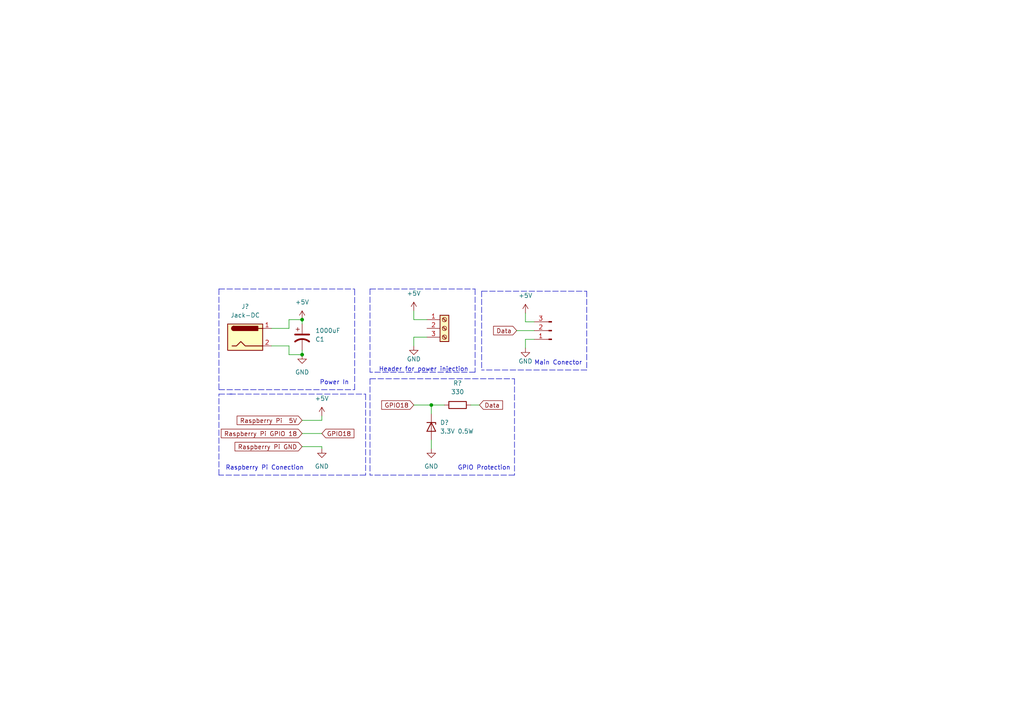
<source format=kicad_sch>
(kicad_sch (version 20211123) (generator eeschema)
  (paper "A4")
  (title_block (title "pixel-clock") (company "Wojciech Mańczak"))
  (lib_symbols
    (symbol "Connector:Conn_01x03_Male" (pin_names (offset 1.016) hide)
      (property "Reference" "J" (at 0 5.08 0))
      (property "Value" "Conn_01x03_Male" (at 0 -5.08 0))
      (symbol "Conn_01x03_Male_1_1"
        (polyline (pts (xy 1.27 -2.54) (xy 0.8636 -2.54)) (stroke (width 0.1524)))
        (polyline (pts (xy 1.27 0) (xy 0.8636 0)) (stroke (width 0.1524)))
        (polyline (pts (xy 1.27 2.54) (xy 0.8636 2.54)) (stroke (width 0.1524)))
        (rectangle (start 0.8636 -2.413) (end 0 -2.667) (stroke (width 0.1524)) (fill (type outline)))
        (rectangle (start 0.8636 0.127) (end 0 -0.127) (stroke (width 0.1524)) (fill (type outline)))
        (rectangle (start 0.8636 2.667) (end 0 2.413) (stroke (width 0.1524)) (fill (type outline)))
        (pin passive line (at 5.08 2.54 180) (length 3.81) (name "Pin_1") (number "1"))
        (pin passive line (at 5.08 0 180) (length 3.81) (name "Pin_2") (number "2"))
        (pin passive line (at 5.08 -2.54 180) (length 3.81) (name "Pin_3") (number "3"))
      )
    )
    (symbol "Connector:Jack-DC" (pin_names (offset 1.016))
      (property "Reference" "J" (at 0 5.334 0))
      (property "Value" "Jack-DC" (at 0 -5.08 0))
      (symbol "Jack-DC_0_1"
        (rectangle (start -5.08 3.81) (end 5.08 -3.81) (stroke (width 0.254)) (fill (type background)))
        (arc (start -3.302 3.175) (mid -3.937 2.54) (end -3.302 1.905) (stroke (width 0.254)))
        (arc (start -3.302 3.175) (mid -3.937 2.54) (end -3.302 1.905) (stroke (width 0.254)) (fill (type outline)))
        (polyline (pts (xy 5.08 2.54) (xy 3.81 2.54)) (stroke (width 0.254)))
        (polyline (pts (xy -3.81 -2.54) (xy -2.54 -2.54) (xy -1.27 -1.27) (xy 0 -2.54) (xy 2.54 -2.54) (xy 5.08 -2.54)) (stroke (width 0.254)))
        (rectangle (start 3.683 3.175) (end -3.302 1.905) (stroke (width 0.254)) (fill (type outline)))
      )
      (symbol "Jack-DC_1_1"
        (pin passive line (at 7.62 2.54 180) (length 2.54) (name "~") (number "1"))
        (pin passive line (at 7.62 -2.54 180) (length 2.54) (name "~") (number "2"))
      )
    )
    (symbol "Connector:Screw_Terminal_01x03" (pin_names (offset 1.016) hide)
      (property "Reference" "J" (at 0 5.08 0))
      (property "Value" "Screw_Terminal_01x03" (at 0 -5.08 0))
      (symbol "Screw_Terminal_01x03_1_1"
        (rectangle (start -1.27 3.81) (end 1.27 -3.81) (stroke (width 0.254)) (fill (type background)))
        (circle (center 0 -2.54) (radius 0.635) (stroke (width 0.1524)))
        (polyline (pts (xy -0.5334 -2.2098) (xy 0.3302 -3.048)) (stroke (width 0.1524)))
        (polyline (pts (xy -0.5334 0.3302) (xy 0.3302 -0.508)) (stroke (width 0.1524)))
        (polyline (pts (xy -0.5334 2.8702) (xy 0.3302 2.032)) (stroke (width 0.1524)))
        (polyline (pts (xy -0.3556 -2.032) (xy 0.508 -2.8702)) (stroke (width 0.1524)))
        (polyline (pts (xy -0.3556 0.508) (xy 0.508 -0.3302)) (stroke (width 0.1524)))
        (polyline (pts (xy -0.3556 3.048) (xy 0.508 2.2098)) (stroke (width 0.1524)))
        (circle (center 0 0) (radius 0.635) (stroke (width 0.1524)))
        (circle (center 0 2.54) (radius 0.635) (stroke (width 0.1524)))
        (pin passive line (at -5.08 2.54 0) (length 3.81) (name "Pin_1") (number "1"))
        (pin passive line (at -5.08 0 0) (length 3.81) (name "Pin_2") (number "2"))
        (pin passive line (at -5.08 -2.54 0) (length 3.81) (name "Pin_3") (number "3"))
      )
    )
    (symbol "Device:C_Polarized_US" (pin_numbers hide) (pin_names (offset 0.254) hide)
      (property "Reference" "C" (at 0.635 2.54 0))
      (property "Value" "C_Polarized_US" (at 0.635 -2.54 0))
      (symbol "C_Polarized_US_0_1"
        (polyline (pts (xy -2.032 0.762) (xy 2.032 0.762)) (stroke (width 0.508)))
        (polyline (pts (xy -1.778 2.286) (xy -0.762 2.286)))
        (polyline (pts (xy -1.27 1.778) (xy -1.27 2.794)))
        (arc (start 2.032 -1.27) (mid 0 -0.5572) (end -2.032 -1.27) (stroke (width 0.508)))
      )
      (symbol "C_Polarized_US_1_1"
        (pin passive line (at 0 3.81 270) (length 2.794) (name "~") (number "1"))
        (pin passive line (at 0 -3.81 90) (length 3.302) (name "~") (number "2"))
      )
    )
    (symbol "Device:D_Zener" (pin_numbers hide) (pin_names (offset 1.016) hide)
      (property "Reference" "D" (at 0 2.54 0))
      (property "Value" "D_Zener" (at 0 -2.54 0))
      (symbol "D_Zener_0_1"
        (polyline (pts (xy 1.27 0) (xy -1.27 0)))
        (polyline (pts (xy -1.27 -1.27) (xy -1.27 1.27) (xy -0.762 1.27)) (stroke (width 0.254)))
        (polyline (pts (xy 1.27 -1.27) (xy 1.27 1.27) (xy -1.27 0) (xy 1.27 -1.27)) (stroke (width 0.254)))
      )
      (symbol "D_Zener_1_1"
        (pin passive line (at -3.81 0 0) (length 2.54) (name "K") (number "1"))
        (pin passive line (at 3.81 0 180) (length 2.54) (name "A") (number "2"))
      )
    )
    (symbol "Device:R" (pin_numbers hide) (pin_names (offset 0))
      (property "Reference" "R" (at 2.032 0 90))
      (property "Value" "R" (at 0 0 90))
      (symbol "R_0_1"
        (rectangle (start -1.016 -2.54) (end 1.016 2.54) (stroke (width 0.254)))
      )
      (symbol "R_1_1"
        (pin passive line (at 0 3.81 270) (length 1.27) (name "~") (number "1"))
        (pin passive line (at 0 -3.81 90) (length 1.27) (name "~") (number "2"))
      )
    )
    (symbol "power:+5V" (power) (pin_names (offset 0))
      (property "Value" "+5V" (at 0 3.556 0))
      (symbol "+5V_0_1"
        (polyline (pts (xy -0.762 1.27) (xy 0 2.54)))
        (polyline (pts (xy 0 0) (xy 0 2.54)))
        (polyline (pts (xy 0 2.54) (xy 0.762 1.27)))
      )
      (symbol "+5V_1_1"
        (pin power_in line (at 0 0 90) (length 0) hide (name "+5V") (number "1"))
      )
    )
    (symbol "power:GND" (power) (pin_names (offset 0))
      (property "Value" "GND" (at 0 -3.81 0))
      (symbol "GND_0_1"
        (polyline (pts (xy 0 0) (xy 0 -1.27) (xy 1.27 -1.27) (xy 0 -2.54) (xy -1.27 -1.27) (xy 0 -1.27)))
      )
      (symbol "GND_1_1"
        (pin power_in line (at 0 0 270) (length 0) hide (name "GND") (number "1"))
      )
    )
  )
  (junction (at 87.63 102.87))
  (junction (at 125.095 117.475))
  (junction (at 87.63 92.71))
  (polyline (pts (xy 149.225 137.795) (xy 107.315 137.795)))
  (wire (pts (xy 83.82 92.71) (xy 87.63 92.71)))
  (wire (pts (xy 93.345 121.92) (xy 93.345 120.65)))
  (polyline (pts (xy 139.7 84.455) (xy 170.18 84.455)))
  (polyline (pts (xy 137.795 107.95) (xy 107.315 107.95)))
  (polyline (pts (xy 63.5 113.03) (xy 102.87 113.03)))
  (polyline (pts (xy 107.315 109.855) (xy 149.225 109.855)))
  (wire (pts (xy 78.74 100.33) (xy 83.82 100.33)))
  (polyline (pts (xy 63.5 137.795) (xy 63.5 114.3)))
  (wire (pts (xy 83.82 100.33) (xy 83.82 102.87)))
  (polyline (pts (xy 66.675 114.3) (xy 106.045 114.3)))
  (wire (pts (xy 154.94 93.345) (xy 152.4 93.345)))
  (wire (pts (xy 78.74 95.25) (xy 83.82 95.25)))
  (wire (pts (xy 120.015 97.79) (xy 123.825 97.79)))
  (wire (pts (xy 87.63 101.6) (xy 87.63 102.87)))
  (wire (pts (xy 120.015 92.71) (xy 120.015 90.17)))
  (wire (pts (xy 120.015 117.475) (xy 125.095 117.475)))
  (wire (pts (xy 125.095 127.635) (xy 125.095 130.175)))
  (wire (pts (xy 87.63 102.87) (xy 83.82 102.87)))
  (polyline (pts (xy 106.045 114.3) (xy 106.045 137.795)))
  (polyline (pts (xy 107.315 83.82) (xy 107.315 107.95)))
  (wire (pts (xy 125.095 117.475) (xy 128.905 117.475)))
  (wire (pts (xy 152.4 98.425) (xy 152.4 100.965)))
  (polyline (pts (xy 63.5 114.3) (xy 67.31 114.3)))
  (polyline (pts (xy 137.795 83.82) (xy 137.795 107.95)))
  (wire (pts (xy 87.63 129.54) (xy 93.345 129.54)))
  (polyline (pts (xy 107.315 109.855) (xy 107.315 137.795)))
  (polyline (pts (xy 139.7 84.455) (xy 139.7 107.315)))
  (polyline (pts (xy 63.5 83.82) (xy 102.87 83.82)))
  (wire (pts (xy 120.015 92.71) (xy 123.825 92.71)))
  (wire (pts (xy 149.86 95.885) (xy 154.94 95.885)))
  (polyline (pts (xy 106.045 137.795) (xy 63.5 137.795)))
  (wire (pts (xy 87.63 93.98) (xy 87.63 92.71)))
  (wire (pts (xy 87.63 121.92) (xy 93.345 121.92)))
  (polyline (pts (xy 170.18 107.315) (xy 139.7 107.315)))
  (wire (pts (xy 93.345 129.54) (xy 93.345 130.175)))
  (polyline (pts (xy 149.225 109.855) (xy 149.225 137.795)))
  (wire (pts (xy 83.82 92.71) (xy 83.82 95.25)))
  (polyline (pts (xy 170.18 84.455) (xy 170.18 107.315)))
  (polyline (pts (xy 63.5 83.82) (xy 63.5 113.03)))
  (wire (pts (xy 152.4 93.345) (xy 152.4 90.805)))
  (wire (pts (xy 136.525 117.475) (xy 139.065 117.475)))
  (polyline (pts (xy 107.315 83.82) (xy 137.795 83.82)))
  (wire (pts (xy 87.63 125.73) (xy 93.345 125.73)))
  (wire (pts (xy 125.095 117.475) (xy 125.095 120.015)))
  (polyline (pts (xy 102.87 113.03) (xy 102.87 83.82)))
  (wire (pts (xy 154.94 98.425) (xy 152.4 98.425)))
  (wire (pts (xy 120.015 97.79) (xy 120.015 100.33)))
  (text "Raspberry Pi Conection" (at 65.405 136.525 0) (effects (font (size 1.27 1.27)) (justify left bottom)))
  (text "Power In\n" (at 92.71 111.76 0) (effects (font (size 1.27 1.27)) (justify left bottom)))
  (text "Header for power injection\n" (at 109.855 107.95 0) (effects (font (size 1.27 1.27)) (justify left bottom)))
  (text "GPIO Protection\n" (at 132.715 136.525 0) (effects (font (size 1.27 1.27)) (justify left bottom)))
  (text "Main Conector" (at 154.94 106.045 0) (effects (font (size 1.27 1.27)) (justify left bottom)))
  (global_label "GPIO18" (shape input) (at 93.345 125.73 0) (property "Intersheet References" "${INTERSHEET_REFS}" (effects hide)))
  (global_label "Data" (shape input) (at 149.86 95.885 180) (property "Intersheet References" "${INTERSHEET_REFS}" (effects hide)))
  (global_label "Data" (shape input) (at 139.065 117.475 0) (property "Intersheet References" "${INTERSHEET_REFS}" (effects hide)))
  (global_label "Raspberry Pi GPIO 18" (shape input) (at 87.63 125.73 180) (property "Intersheet References" "${INTERSHEET_REFS}" (effects hide)))
  (global_label "GPIO18" (shape input) (at 120.015 117.475 180) (property "Intersheet References" "${INTERSHEET_REFS}" (effects hide)))
  (global_label "Raspberry Pi GND" (shape input) (at 87.63 129.54 180) (property "Intersheet References" "${INTERSHEET_REFS}" (effects hide)))
  (global_label "Raspberry Pi  5V" (shape input) (at 87.63 121.92 180) (property "Intersheet References" "${INTERSHEET_REFS}" (effects hide)))
  (symbol (lib_id "Device:R") (at 132.715 117.475 90) (unit 1)
    (property "Reference" "R?" (at 132.715 111.125 90))
    (property "Value" "330" (at 132.715 113.665 90))
  )
  (symbol (lib_id "Device:C_Polarized_US") (at 87.63 97.79 0) (unit 1)
    (property "Reference" "1000uF" (at 91.44 95.8849 0) (effects (justify left)))
    (property "Value" "C1" (at 91.44 98.4249 0) (effects (justify left)))
  )
  (symbol (lib_id "power:+5V") (at 93.345 120.65 0) (unit 1)
    (property "Reference" "#PWR?" (effects hide))
    (property "Value" "+5V" (at 93.345 115.57 0))
  )
  (symbol (lib_id "Connector:Jack-DC") (at 71.12 97.79 0) (unit 1)
    (property "Reference" "J?" (at 71.12 88.9 0))
    (property "Value" "Jack-DC" (at 71.12 91.44 0))
  )
  (symbol (lib_id "Connector:Conn_01x03_Male") (at 160.02 95.885 180) (unit 1)
    (property "Reference" "J?" (effects hide))
    (property "Value" "H1" (effects hide))
  )
  (symbol (lib_id "power:+5V") (at 152.4 90.805 0) (unit 1)
    (property "Reference" "#PWR?" (effects hide))
    (property "Value" "+5V" (at 152.4 85.725 0))
  )
  (symbol (lib_id "power:+5V") (at 87.63 92.71 0) (unit 1)
    (property "Reference" "#PWR?" (effects hide))
    (property "Value" "+5V" (at 87.63 87.63 0))
  )
  (symbol (lib_id "power:GND") (at 87.63 102.87 0) (unit 1)
    (property "Reference" "#PWR?" (effects hide))
    (property "Value" "GND" (at 87.63 107.95 0))
  )
  (symbol (lib_id "power:+5V") (at 120.015 90.17 0) (unit 1)
    (property "Reference" "#PWR?" (effects hide))
    (property "Value" "+5V" (at 120.015 85.09 0))
  )
  (symbol (lib_id "power:GND") (at 125.095 130.175 0) (unit 1)
    (property "Reference" "#PWR?" (effects hide))
    (property "Value" "GND" (at 125.095 135.255 0))
  )
  (symbol (lib_id "power:GND") (at 152.4 100.965 0) (unit 1)
    (property "Reference" "#PWR?" (effects hide))
    (property "Value" "GND" (at 152.4 104.775 0))
  )
  (symbol (lib_id "Device:D_Zener") (at 125.095 123.825 270) (unit 1)
    (property "Reference" "D?" (at 127.635 122.5549 90) (effects (justify left)))
    (property "Value" "3.3V 0.5W" (at 127.635 125.0949 90) (effects (justify left)))
  )
  (symbol (lib_id "power:GND") (at 120.015 100.33 0) (unit 1)
    (property "Reference" "#PWR?" (effects hide))
    (property "Value" "GND" (at 120.015 104.14 0))
  )
  (symbol (lib_id "Connector:Screw_Terminal_01x03") (at 128.905 95.25 0) (unit 1)
    (property "Reference" "J?" (effects hide))
    (property "Value" "Screw_Terminal_01x03" (effects hide))
  )
  (symbol (lib_id "power:GND") (at 93.345 130.175 0) (unit 1)
    (property "Reference" "#PWR?" (effects hide))
    (property "Value" "GND" (at 93.345 135.255 0))
  )
)
</source>
